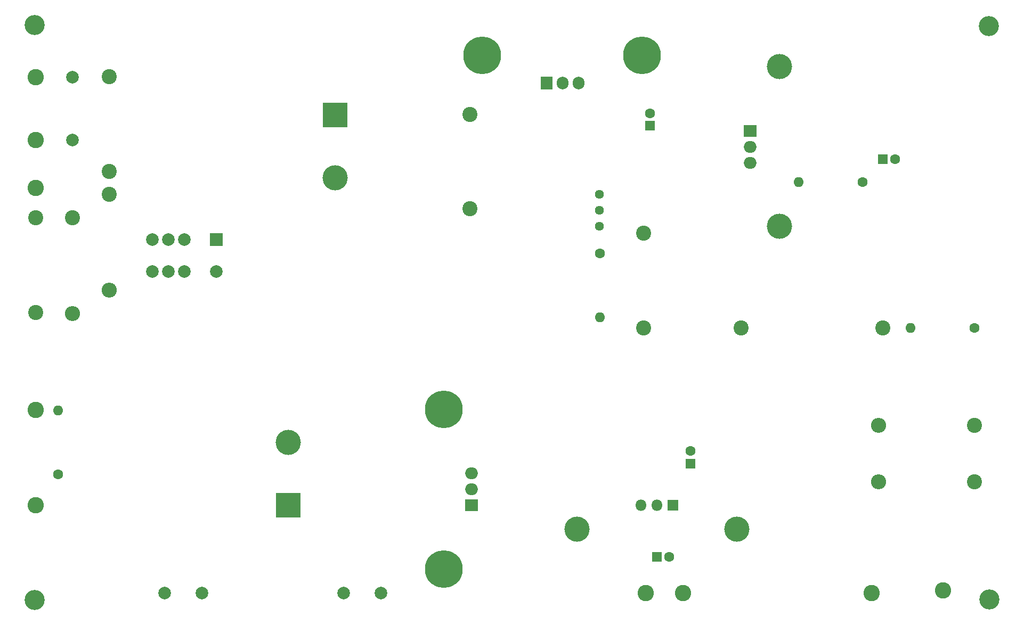
<source format=gbr>
G04 #@! TF.GenerationSoftware,KiCad,Pcbnew,(5.1.10-1-10_14)*
G04 #@! TF.CreationDate,2021-09-02T12:47:46+02:00*
G04 #@! TF.ProjectId,hv-power-supply-t-reg-v2,68762d70-6f77-4657-922d-737570706c79,V2*
G04 #@! TF.SameCoordinates,Original*
G04 #@! TF.FileFunction,Soldermask,Bot*
G04 #@! TF.FilePolarity,Negative*
%FSLAX46Y46*%
G04 Gerber Fmt 4.6, Leading zero omitted, Abs format (unit mm)*
G04 Created by KiCad (PCBNEW (5.1.10-1-10_14)) date 2021-09-02 12:47:46*
%MOMM*%
%LPD*%
G01*
G04 APERTURE LIST*
%ADD10C,2.400000*%
%ADD11C,2.000000*%
%ADD12R,2.000000X2.000000*%
%ADD13O,2.400000X2.400000*%
%ADD14O,1.600000X1.600000*%
%ADD15C,1.600000*%
%ADD16C,1.440000*%
%ADD17O,2.000000X1.905000*%
%ADD18R,2.000000X1.905000*%
%ADD19C,6.000000*%
%ADD20C,4.000000*%
%ADD21R,1.600000X1.600000*%
%ADD22R,4.000000X4.000000*%
%ADD23O,1.905000X2.000000*%
%ADD24R,1.905000X2.000000*%
%ADD25C,2.600000*%
%ADD26R,1.800000X1.800000*%
%ADD27O,1.800000X1.800000*%
%ADD28C,3.200000*%
G04 APERTURE END LIST*
D10*
X71056500Y-57644000D03*
X71056500Y-72644000D03*
D11*
X77914500Y-83502500D03*
X77914500Y-88582500D03*
X82994500Y-83502500D03*
D12*
X88074500Y-83502500D03*
D11*
X82994500Y-88582500D03*
X88074500Y-88582500D03*
X80454500Y-83502500D03*
X80454500Y-88582500D03*
D13*
X193357500Y-122047000D03*
D10*
X208597500Y-122047000D03*
X156019500Y-82536000D03*
X156019500Y-97536000D03*
D14*
X180594000Y-74358500D03*
D15*
X190754000Y-74358500D03*
D16*
X148971000Y-81407000D03*
X148971000Y-78867000D03*
X148971000Y-76327000D03*
D14*
X149034500Y-95885000D03*
D15*
X149034500Y-85725000D03*
D17*
X172910500Y-71310500D03*
X172910500Y-68770500D03*
D18*
X172910500Y-66230500D03*
D19*
X130365500Y-54229000D03*
X155765500Y-54229000D03*
D20*
X177609500Y-56007000D03*
X177609500Y-81407000D03*
D10*
X171492500Y-97536000D03*
X193992500Y-97536000D03*
D15*
X195961000Y-70739000D03*
D21*
X193961000Y-70739000D03*
D15*
X156972000Y-63405000D03*
D21*
X156972000Y-65405000D03*
D14*
X62928500Y-110680500D03*
D15*
X62928500Y-120840500D03*
D13*
X71056500Y-91567000D03*
D10*
X71056500Y-76327000D03*
D11*
X65214500Y-57658000D03*
X65214500Y-67658000D03*
D19*
X124206000Y-135890000D03*
X124206000Y-110490000D03*
D20*
X99504500Y-115753000D03*
D22*
X99504500Y-125753000D03*
D18*
X128613000Y-125753000D03*
D17*
X128613000Y-123213000D03*
X128613000Y-120673000D03*
D20*
X145377000Y-129563000D03*
X170777000Y-129563000D03*
D13*
X193357500Y-113093500D03*
D10*
X208597500Y-113093500D03*
D15*
X163411000Y-117149000D03*
D21*
X163411000Y-119149000D03*
D13*
X65214500Y-95313500D03*
D10*
X65214500Y-80073500D03*
D23*
X145669000Y-58610500D03*
X143129000Y-58610500D03*
D24*
X140589000Y-58610500D03*
D25*
X162268000Y-139723000D03*
X156299000Y-139723000D03*
X59398000Y-110640000D03*
X59372500Y-125753000D03*
X59398000Y-75334000D03*
X59372500Y-67691000D03*
X59372500Y-57658000D03*
D15*
X160077000Y-134008000D03*
D21*
X158077000Y-134008000D03*
D14*
X198437500Y-97536000D03*
D15*
X208597500Y-97536000D03*
D11*
X108293000Y-139723000D03*
X114262000Y-139723000D03*
X79845000Y-139723000D03*
X85814000Y-139723000D03*
D25*
X192240000Y-139723000D03*
X203543000Y-139342000D03*
D10*
X128397000Y-63627000D03*
X128397000Y-78627000D03*
D20*
X106934000Y-73690500D03*
D22*
X106934000Y-63690500D03*
D10*
X59372500Y-95073500D03*
X59372500Y-80073500D03*
D26*
X160617000Y-125753000D03*
D27*
X158077000Y-125753000D03*
X155537000Y-125753000D03*
D28*
X210947000Y-140716000D03*
X59182000Y-140843000D03*
X210820000Y-49530000D03*
X59182000Y-49403000D03*
M02*

</source>
